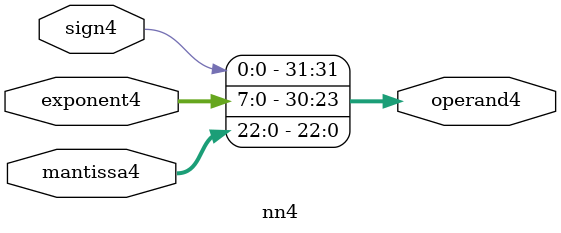
<source format=v>
module nn4(sign4,mantissa4,exponent4,operand4);
    input sign4;
    input [7:0]exponent4;
    input [22:0]mantissa4;
    output reg[31:0]operand4;

    always @(*) begin
      operand4[31]=sign4;
      operand4[30:23]=exponent4;
      operand4[22:0]=mantissa4;
    end

endmodule
</source>
